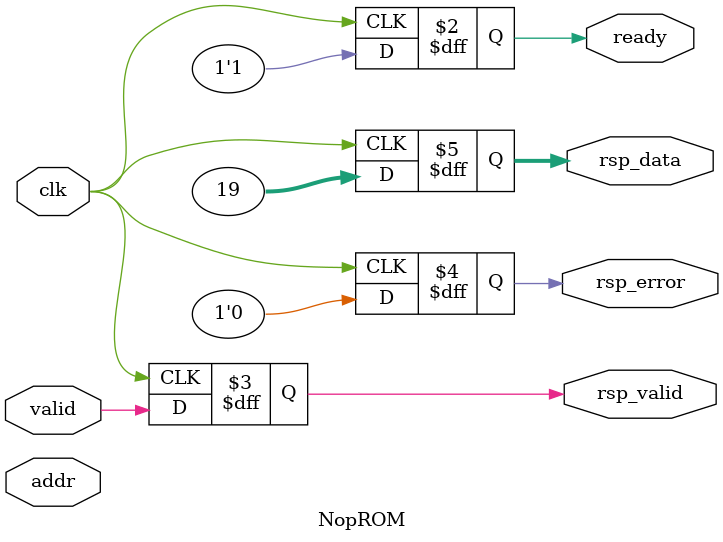
<source format=v>
module NopROM (
    input  wire        clk,
    input  wire        valid,
    input  wire [31:0] addr,
    output reg         ready,
    output reg         rsp_valid,
    output reg         rsp_error,
    output reg [31:0]  rsp_data
);
    always @(posedge clk) begin
        ready     <= 1;
        rsp_valid <= valid;
        rsp_error <= 0;
        rsp_data  <= 32'h00000013;  // RISC-V NOP (ADDI x0, x0, 0)
    end
endmodule


</source>
